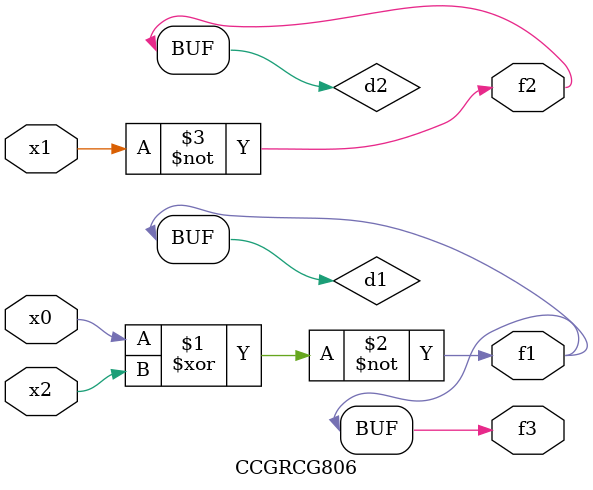
<source format=v>
module CCGRCG806(
	input x0, x1, x2,
	output f1, f2, f3
);

	wire d1, d2, d3;

	xnor (d1, x0, x2);
	nand (d2, x1);
	nor (d3, x1, x2);
	assign f1 = d1;
	assign f2 = d2;
	assign f3 = d1;
endmodule

</source>
